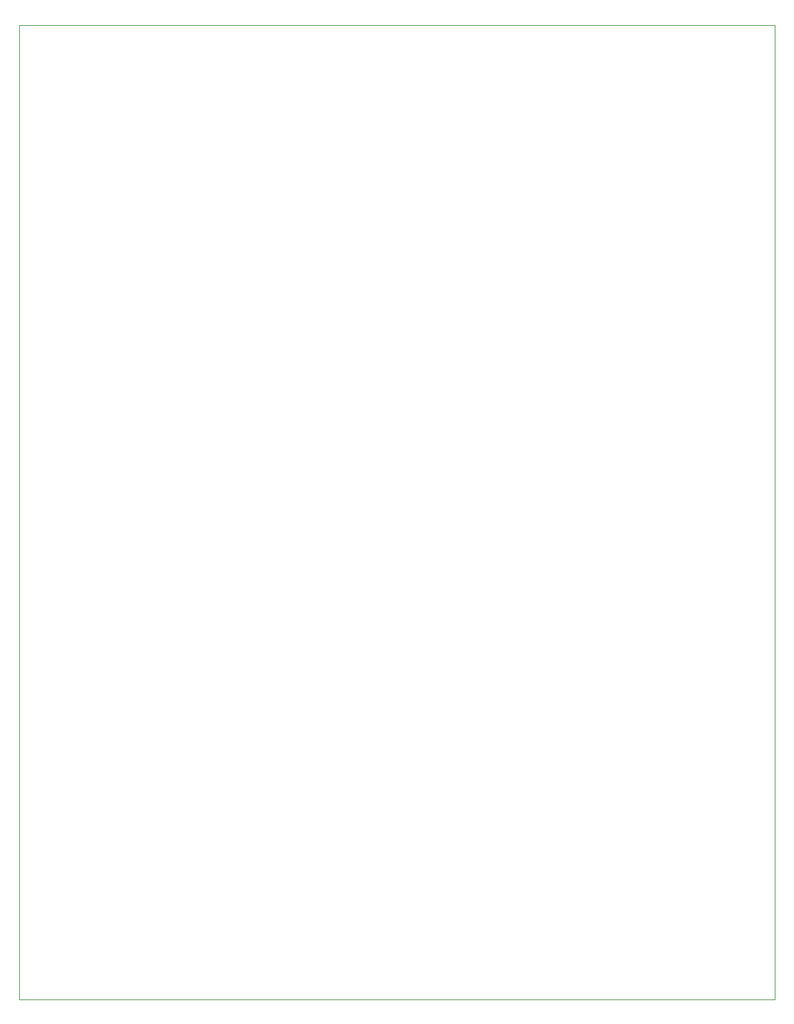
<source format=gbr>
%TF.GenerationSoftware,KiCad,Pcbnew,(5.1.10)-1*%
%TF.CreationDate,2021-10-06T15:46:29-04:00*%
%TF.ProjectId,dynamic clamp pcb,64796e61-6d69-4632-9063-6c616d702070,rev?*%
%TF.SameCoordinates,Original*%
%TF.FileFunction,Profile,NP*%
%FSLAX46Y46*%
G04 Gerber Fmt 4.6, Leading zero omitted, Abs format (unit mm)*
G04 Created by KiCad (PCBNEW (5.1.10)-1) date 2021-10-06 15:46:29*
%MOMM*%
%LPD*%
G01*
G04 APERTURE LIST*
%TA.AperFunction,Profile*%
%ADD10C,0.100000*%
%TD*%
G04 APERTURE END LIST*
D10*
X132080000Y-22860000D02*
X132080000Y-147320000D01*
X35560000Y-22860000D02*
X132080000Y-22860000D01*
X35560000Y-147320000D02*
X35560000Y-22860000D01*
X132080000Y-147320000D02*
X35560000Y-147320000D01*
M02*

</source>
